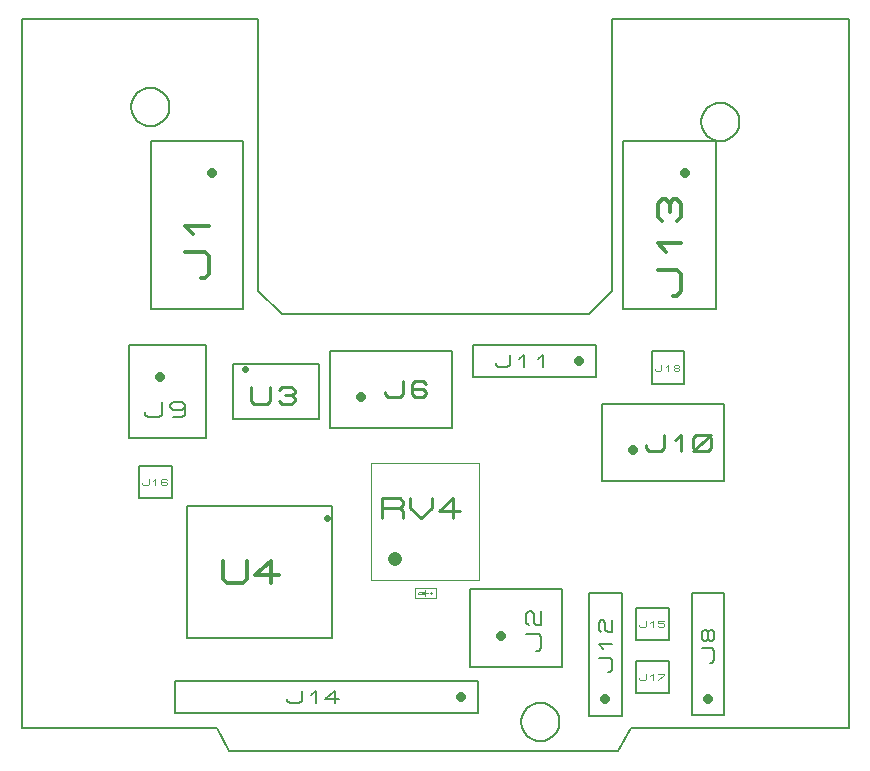
<source format=gbr>
G04 PROTEUS GERBER X2 FILE*
%TF.GenerationSoftware,Labcenter,Proteus,8.12-SP2-Build31155*%
%TF.CreationDate,2024-11-30T19:26:21+00:00*%
%TF.FileFunction,AssemblyDrawing,Top*%
%TF.FilePolarity,Positive*%
%TF.Part,Single*%
%TF.SameCoordinates,{e6e8286e-83a0-46e7-8d5c-4e76f455a4ca}*%
%FSLAX45Y45*%
%MOMM*%
G01*
%TA.AperFunction,Profile*%
%ADD22C,0.203200*%
%TA.AperFunction,Material*%
%ADD25C,0.203200*%
%ADD46C,0.812800*%
%ADD47C,0.177800*%
%ADD48C,0.330200*%
%ADD49C,0.220130*%
%ADD50C,0.211660*%
%ADD51C,0.050800*%
%ADD52C,1.143000*%
%ADD53C,0.269070*%
%ADD54C,0.571500*%
%ADD55C,0.300520*%
%ADD56C,0.234520*%
%ADD57C,0.050000*%
%ADD58C,0.243840*%
%ADD59C,0.034990*%
%ADD60C,0.084660*%
%TD.AperFunction*%
D22*
X+0Y+0D02*
X+1650000Y+0D01*
X+7000000Y+0D02*
X+7000000Y+6000000D01*
X+5000000Y+6000000D01*
X+5000000Y+3700000D01*
X+4800000Y+3500000D01*
X+2200000Y+3500000D01*
X+2000000Y+3700000D02*
X+2000000Y+6000000D01*
X+0Y+6000000D01*
X+0Y+0D01*
X+2000000Y+3700000D02*
X+2200000Y+3500000D01*
X+5160000Y+0D02*
X+7000000Y+0D01*
X+1750000Y-200000D02*
X+5050000Y-200000D01*
X+1650000Y+0D02*
X+1750000Y-200000D01*
X+5160000Y+0D02*
X+5050000Y-200000D01*
X+4550045Y+50000D02*
X+4549508Y+63142D01*
X+4545144Y+89427D01*
X+4536029Y+115712D01*
X+4521182Y+141997D01*
X+4498470Y+168118D01*
X+4472185Y+187898D01*
X+4445900Y+200658D01*
X+4419615Y+208108D01*
X+4393330Y+210987D01*
X+4389000Y+211045D01*
X+4227955Y+50000D02*
X+4228492Y+63142D01*
X+4232856Y+89427D01*
X+4241971Y+115712D01*
X+4256818Y+141997D01*
X+4279530Y+168118D01*
X+4305815Y+187898D01*
X+4332100Y+200658D01*
X+4358385Y+208108D01*
X+4384670Y+210987D01*
X+4389000Y+211045D01*
X+4227955Y+50000D02*
X+4228492Y+36858D01*
X+4232856Y+10573D01*
X+4241971Y-15712D01*
X+4256818Y-41997D01*
X+4279530Y-68118D01*
X+4305815Y-87898D01*
X+4332100Y-100658D01*
X+4358385Y-108108D01*
X+4384670Y-110987D01*
X+4389000Y-111045D01*
X+4550045Y+50000D02*
X+4549508Y+36858D01*
X+4545144Y+10573D01*
X+4536029Y-15712D01*
X+4521182Y-41997D01*
X+4498470Y-68118D01*
X+4472185Y-87898D01*
X+4445900Y-100658D01*
X+4419615Y-108108D01*
X+4393330Y-110987D01*
X+4389000Y-111045D01*
X+6074045Y+5130000D02*
X+6073508Y+5143142D01*
X+6069144Y+5169427D01*
X+6060029Y+5195712D01*
X+6045182Y+5221997D01*
X+6022470Y+5248118D01*
X+5996185Y+5267898D01*
X+5969900Y+5280658D01*
X+5943615Y+5288108D01*
X+5917330Y+5290987D01*
X+5913000Y+5291045D01*
X+5751955Y+5130000D02*
X+5752492Y+5143142D01*
X+5756856Y+5169427D01*
X+5765971Y+5195712D01*
X+5780818Y+5221997D01*
X+5803530Y+5248118D01*
X+5829815Y+5267898D01*
X+5856100Y+5280658D01*
X+5882385Y+5288108D01*
X+5908670Y+5290987D01*
X+5913000Y+5291045D01*
X+5751955Y+5130000D02*
X+5752492Y+5116858D01*
X+5756856Y+5090573D01*
X+5765971Y+5064288D01*
X+5780818Y+5038003D01*
X+5803530Y+5011882D01*
X+5829815Y+4992102D01*
X+5856100Y+4979342D01*
X+5882385Y+4971892D01*
X+5908670Y+4969013D01*
X+5913000Y+4968955D01*
X+6074045Y+5130000D02*
X+6073508Y+5116858D01*
X+6069144Y+5090573D01*
X+6060029Y+5064288D01*
X+6045182Y+5038003D01*
X+6022470Y+5011882D01*
X+5996185Y+4992102D01*
X+5969900Y+4979342D01*
X+5943615Y+4971892D01*
X+5917330Y+4969013D01*
X+5913000Y+4968955D01*
X+1248045Y+5257000D02*
X+1247508Y+5270142D01*
X+1243144Y+5296427D01*
X+1234029Y+5322712D01*
X+1219182Y+5348997D01*
X+1196470Y+5375118D01*
X+1170185Y+5394898D01*
X+1143900Y+5407658D01*
X+1117615Y+5415108D01*
X+1091330Y+5417987D01*
X+1087000Y+5418045D01*
X+925955Y+5257000D02*
X+926492Y+5270142D01*
X+930856Y+5296427D01*
X+939971Y+5322712D01*
X+954818Y+5348997D01*
X+977530Y+5375118D01*
X+1003815Y+5394898D01*
X+1030100Y+5407658D01*
X+1056385Y+5415108D01*
X+1082670Y+5417987D01*
X+1087000Y+5418045D01*
X+925955Y+5257000D02*
X+926492Y+5243858D01*
X+930856Y+5217573D01*
X+939971Y+5191288D01*
X+954818Y+5165003D01*
X+977530Y+5138882D01*
X+1003815Y+5119102D01*
X+1030100Y+5106342D01*
X+1056385Y+5098892D01*
X+1082670Y+5096013D01*
X+1087000Y+5095955D01*
X+1248045Y+5257000D02*
X+1247508Y+5243858D01*
X+1243144Y+5217573D01*
X+1234029Y+5191288D01*
X+1219182Y+5165003D01*
X+1196470Y+5138882D01*
X+1170185Y+5119102D01*
X+1143900Y+5106342D01*
X+1117615Y+5098892D01*
X+1091330Y+5096013D01*
X+1087000Y+5095955D01*
D25*
X+1296840Y+122840D02*
X+3857160Y+122840D01*
X+3857160Y+397160D01*
X+1296840Y+397160D01*
X+1296840Y+122840D01*
D46*
X+3720000Y+260000D02*
X+3720000Y+260000D01*
D47*
X+2248070Y+242220D02*
X+2248070Y+224440D01*
X+2268072Y+206660D01*
X+2348082Y+206660D01*
X+2368085Y+224440D01*
X+2368085Y+313340D01*
X+2448095Y+277780D02*
X+2488100Y+313340D01*
X+2488100Y+206660D01*
X+2688125Y+242220D02*
X+2568110Y+242220D01*
X+2648120Y+313340D01*
X+2648120Y+206660D01*
D25*
X+1091840Y+3546840D02*
X+1874160Y+3546840D01*
X+1874160Y+4964160D01*
X+1091840Y+4964160D01*
X+1091840Y+3546840D01*
D46*
X+1610000Y+4700000D02*
X+1610000Y+4700000D01*
D48*
X+1516020Y+3805920D02*
X+1549040Y+3805920D01*
X+1582060Y+3843067D01*
X+1582060Y+3991657D01*
X+1549040Y+4028805D01*
X+1383940Y+4028805D01*
X+1449980Y+4177395D02*
X+1383940Y+4251690D01*
X+1582060Y+4251690D01*
D25*
X+2605340Y+2538640D02*
X+3641660Y+2538640D01*
X+3641660Y+3193960D01*
X+2605340Y+3193960D01*
X+2605340Y+2538640D01*
D46*
X+2869500Y+2802800D02*
X+2869500Y+2802800D01*
D49*
X+3077781Y+2844287D02*
X+3077781Y+2822273D01*
X+3102545Y+2800260D01*
X+3201605Y+2800260D01*
X+3226370Y+2822273D01*
X+3226370Y+2932340D01*
X+3424489Y+2910327D02*
X+3399724Y+2932340D01*
X+3325429Y+2932340D01*
X+3300664Y+2910327D01*
X+3300664Y+2822273D01*
X+3325429Y+2800260D01*
X+3399724Y+2800260D01*
X+3424489Y+2822273D01*
X+3424489Y+2844287D01*
X+3399724Y+2866300D01*
X+3300664Y+2866300D01*
D25*
X+905840Y+2455840D02*
X+1561160Y+2455840D01*
X+1561160Y+3238160D01*
X+905840Y+3238160D01*
X+905840Y+2455840D01*
D46*
X+1170000Y+2974000D02*
X+1170000Y+2974000D01*
D50*
X+1043001Y+2673433D02*
X+1043001Y+2652266D01*
X+1066813Y+2631100D01*
X+1162062Y+2631100D01*
X+1185875Y+2652266D01*
X+1185875Y+2758099D01*
X+1376374Y+2715766D02*
X+1352561Y+2694600D01*
X+1281124Y+2694600D01*
X+1257312Y+2715766D01*
X+1257312Y+2736933D01*
X+1281124Y+2758099D01*
X+1352561Y+2758099D01*
X+1376374Y+2736933D01*
X+1376374Y+2652266D01*
X+1352561Y+2631100D01*
X+1281124Y+2631100D01*
D25*
X+3821340Y+2970040D02*
X+4857660Y+2970040D01*
X+4857660Y+3244360D01*
X+3821340Y+3244360D01*
X+3821340Y+2970040D01*
D46*
X+4720500Y+3107200D02*
X+4720500Y+3107200D01*
D47*
X+4010570Y+3089420D02*
X+4010570Y+3071640D01*
X+4030572Y+3053860D01*
X+4110582Y+3053860D01*
X+4130585Y+3071640D01*
X+4130585Y+3160540D01*
X+4210595Y+3124980D02*
X+4250600Y+3160540D01*
X+4250600Y+3053860D01*
X+4370615Y+3124980D02*
X+4410620Y+3160540D01*
X+4410620Y+3053860D01*
D25*
X+4911840Y+2085840D02*
X+5948160Y+2085840D01*
X+5948160Y+2741160D01*
X+4911840Y+2741160D01*
X+4911840Y+2085840D01*
D46*
X+5176000Y+2350000D02*
X+5176000Y+2350000D01*
D49*
X+5285222Y+2391487D02*
X+5285222Y+2369473D01*
X+5309986Y+2347460D01*
X+5409046Y+2347460D01*
X+5433811Y+2369473D01*
X+5433811Y+2479540D01*
X+5532870Y+2435513D02*
X+5582400Y+2479540D01*
X+5582400Y+2347460D01*
X+5681460Y+2369473D02*
X+5681460Y+2457527D01*
X+5706224Y+2479540D01*
X+5805284Y+2479540D01*
X+5830049Y+2457527D01*
X+5830049Y+2369473D01*
X+5805284Y+2347460D01*
X+5706224Y+2347460D01*
X+5681460Y+2369473D01*
X+5681460Y+2347460D02*
X+5830049Y+2479540D01*
D25*
X+5672840Y+104840D02*
X+5947160Y+104840D01*
X+5947160Y+1141160D01*
X+5672840Y+1141160D01*
X+5672840Y+104840D01*
D46*
X+5810000Y+242000D02*
X+5810000Y+242000D01*
D47*
X+5827780Y+551880D02*
X+5845560Y+551880D01*
X+5863340Y+571882D01*
X+5863340Y+651892D01*
X+5845560Y+671895D01*
X+5756660Y+671895D01*
X+5810000Y+751905D02*
X+5792220Y+731902D01*
X+5774440Y+731902D01*
X+5756660Y+751905D01*
X+5756660Y+811912D01*
X+5774440Y+831915D01*
X+5792220Y+831915D01*
X+5810000Y+811912D01*
X+5810000Y+751905D01*
X+5827780Y+731902D01*
X+5845560Y+731902D01*
X+5863340Y+751905D01*
X+5863340Y+811912D01*
X+5845560Y+831915D01*
X+5827780Y+831915D01*
X+5810000Y+811912D01*
D25*
X+3791840Y+515840D02*
X+4574160Y+515840D01*
X+4574160Y+1171160D01*
X+3791840Y+1171160D01*
X+3791840Y+515840D01*
D46*
X+4056000Y+780000D02*
X+4056000Y+780000D01*
D50*
X+4356567Y+653001D02*
X+4377734Y+653001D01*
X+4398900Y+676813D01*
X+4398900Y+772062D01*
X+4377734Y+795875D01*
X+4271901Y+795875D01*
X+4293067Y+867312D02*
X+4271901Y+891124D01*
X+4271901Y+962561D01*
X+4293067Y+986374D01*
X+4314234Y+986374D01*
X+4335400Y+962561D01*
X+4335400Y+891124D01*
X+4356567Y+867312D01*
X+4398900Y+867312D01*
X+4398900Y+986374D01*
D25*
X+4802840Y+102840D02*
X+5077160Y+102840D01*
X+5077160Y+1139160D01*
X+4802840Y+1139160D01*
X+4802840Y+102840D01*
D46*
X+4940000Y+240000D02*
X+4940000Y+240000D01*
D47*
X+4957780Y+469870D02*
X+4975560Y+469870D01*
X+4993340Y+489872D01*
X+4993340Y+569882D01*
X+4975560Y+589885D01*
X+4886660Y+589885D01*
X+4922220Y+669895D02*
X+4886660Y+709900D01*
X+4993340Y+709900D01*
X+4904440Y+809912D02*
X+4886660Y+829915D01*
X+4886660Y+889922D01*
X+4904440Y+909925D01*
X+4922220Y+909925D01*
X+4940000Y+889922D01*
X+4940000Y+829915D01*
X+4957780Y+809912D01*
X+4993340Y+809912D01*
X+4993340Y+909925D01*
D25*
X+5091840Y+3546840D02*
X+5874160Y+3546840D01*
X+5874160Y+4964160D01*
X+5091840Y+4964160D01*
X+5091840Y+3546840D01*
D46*
X+5610000Y+4700000D02*
X+5610000Y+4700000D01*
D48*
X+5516020Y+3657330D02*
X+5549040Y+3657330D01*
X+5582060Y+3694477D01*
X+5582060Y+3843067D01*
X+5549040Y+3880215D01*
X+5383940Y+3880215D01*
X+5449980Y+4028805D02*
X+5383940Y+4103100D01*
X+5582060Y+4103100D01*
X+5416960Y+4288837D02*
X+5383940Y+4325985D01*
X+5383940Y+4437427D01*
X+5416960Y+4474575D01*
X+5449980Y+4474575D01*
X+5483000Y+4437427D01*
X+5516020Y+4474575D01*
X+5549040Y+4474575D01*
X+5582060Y+4437427D01*
X+5582060Y+4325985D01*
X+5549040Y+4288837D01*
X+5483000Y+4363132D02*
X+5483000Y+4437427D01*
D51*
X+2952800Y+1247200D02*
X+3867200Y+1247200D01*
X+3867200Y+2237800D01*
X+2952800Y+2237800D01*
X+2952800Y+1247200D01*
D52*
X+3156000Y+1425000D02*
X+3156000Y+1425000D01*
D53*
X+3046756Y+1780524D02*
X+3046756Y+1941966D01*
X+3198107Y+1941966D01*
X+3228378Y+1915059D01*
X+3228378Y+1888152D01*
X+3198107Y+1861245D01*
X+3046756Y+1861245D01*
X+3198107Y+1861245D02*
X+3228378Y+1834338D01*
X+3228378Y+1780524D01*
X+3288919Y+1941966D02*
X+3288919Y+1861245D01*
X+3379730Y+1780524D01*
X+3470541Y+1861245D01*
X+3470541Y+1941966D01*
X+3712704Y+1834338D02*
X+3531082Y+1834338D01*
X+3652163Y+1941966D01*
X+3652163Y+1780524D01*
D25*
X+1395320Y+761200D02*
X+2624680Y+761200D01*
X+2624680Y+1878800D01*
X+1395320Y+1878800D01*
X+1395320Y+761200D01*
D54*
X+2581500Y+1777200D02*
X+2581500Y+1777200D01*
D55*
X+1703652Y+1410157D02*
X+1703652Y+1259895D01*
X+1737460Y+1229842D01*
X+1872696Y+1229842D01*
X+1906505Y+1259895D01*
X+1906505Y+1410157D01*
X+2176976Y+1289947D02*
X+1974123Y+1289947D01*
X+2109358Y+1410157D01*
X+2109358Y+1229842D01*
D25*
X+1788050Y+2616320D02*
X+2511950Y+2616320D01*
X+2511950Y+3083680D01*
X+1788050Y+3083680D01*
X+1788050Y+2616320D01*
D54*
X+1889650Y+3040500D02*
X+1889650Y+3040500D01*
D56*
X+1938927Y+2884480D02*
X+1938927Y+2767217D01*
X+1965311Y+2743765D01*
X+2070847Y+2743765D01*
X+2097231Y+2767217D01*
X+2097231Y+2884480D01*
X+2176384Y+2861028D02*
X+2202768Y+2884480D01*
X+2281920Y+2884480D01*
X+2308304Y+2861028D01*
X+2308304Y+2837575D01*
X+2281920Y+2814123D01*
X+2308304Y+2790670D01*
X+2308304Y+2767217D01*
X+2281920Y+2743765D01*
X+2202768Y+2743765D01*
X+2176384Y+2767217D01*
X+2229152Y+2814123D02*
X+2281920Y+2814123D01*
D57*
X+3505000Y+1185000D02*
X+3325000Y+1185000D01*
X+3325000Y+1095000D01*
X+3505000Y+1095000D01*
X+3505000Y+1185000D01*
X+3415000Y+1115000D02*
X+3415000Y+1165000D01*
X+3390000Y+1140000D02*
X+3440000Y+1140000D01*
D58*
X+3460000Y+1140000D02*
X+3460000Y+1140000D01*
D59*
X+3377280Y+1133000D02*
X+3373343Y+1129501D01*
X+3361532Y+1129501D01*
X+3353658Y+1136500D01*
X+3353658Y+1143499D01*
X+3361532Y+1150498D01*
X+3373343Y+1150498D01*
X+3377280Y+1146999D01*
X+3393028Y+1140000D02*
X+3389091Y+1143499D01*
X+3389091Y+1146999D01*
X+3393028Y+1150498D01*
X+3404839Y+1150498D01*
X+3408776Y+1146999D01*
X+3408776Y+1143499D01*
X+3404839Y+1140000D01*
X+3393028Y+1140000D01*
X+3389091Y+1136500D01*
X+3389091Y+1133000D01*
X+3393028Y+1129501D01*
X+3404839Y+1129501D01*
X+3408776Y+1133000D01*
X+3408776Y+1136500D01*
X+3404839Y+1140000D01*
D25*
X+5202840Y+742840D02*
X+5477160Y+742840D01*
X+5477160Y+1017160D01*
X+5202840Y+1017160D01*
X+5202840Y+742840D01*
D60*
X+5225702Y+871533D02*
X+5225702Y+863066D01*
X+5235226Y+854600D01*
X+5273326Y+854600D01*
X+5282851Y+863066D01*
X+5282851Y+905399D01*
X+5320950Y+888466D02*
X+5340000Y+905399D01*
X+5340000Y+854600D01*
X+5435249Y+905399D02*
X+5387624Y+905399D01*
X+5387624Y+888466D01*
X+5425724Y+888466D01*
X+5435249Y+880000D01*
X+5435249Y+863066D01*
X+5425724Y+854600D01*
X+5397149Y+854600D01*
X+5387624Y+863066D01*
D25*
X+5202840Y+292840D02*
X+5477160Y+292840D01*
X+5477160Y+567160D01*
X+5202840Y+567160D01*
X+5202840Y+292840D01*
D60*
X+5225702Y+421533D02*
X+5225702Y+413066D01*
X+5235226Y+404600D01*
X+5273326Y+404600D01*
X+5282851Y+413066D01*
X+5282851Y+455399D01*
X+5320950Y+438466D02*
X+5340000Y+455399D01*
X+5340000Y+404600D01*
X+5387624Y+455399D02*
X+5435249Y+455399D01*
X+5435249Y+446933D01*
X+5387624Y+404600D01*
D25*
X+5332840Y+2912840D02*
X+5607160Y+2912840D01*
X+5607160Y+3187160D01*
X+5332840Y+3187160D01*
X+5332840Y+2912840D01*
D60*
X+5355702Y+3041533D02*
X+5355702Y+3033066D01*
X+5365226Y+3024600D01*
X+5403326Y+3024600D01*
X+5412851Y+3033066D01*
X+5412851Y+3075399D01*
X+5450950Y+3058466D02*
X+5470000Y+3075399D01*
X+5470000Y+3024600D01*
X+5527149Y+3050000D02*
X+5517624Y+3058466D01*
X+5517624Y+3066933D01*
X+5527149Y+3075399D01*
X+5555724Y+3075399D01*
X+5565249Y+3066933D01*
X+5565249Y+3058466D01*
X+5555724Y+3050000D01*
X+5527149Y+3050000D01*
X+5517624Y+3041533D01*
X+5517624Y+3033066D01*
X+5527149Y+3024600D01*
X+5555724Y+3024600D01*
X+5565249Y+3033066D01*
X+5565249Y+3041533D01*
X+5555724Y+3050000D01*
D25*
X+992840Y+1942840D02*
X+1267160Y+1942840D01*
X+1267160Y+2217160D01*
X+992840Y+2217160D01*
X+992840Y+1942840D01*
D60*
X+1015702Y+2071533D02*
X+1015702Y+2063066D01*
X+1025226Y+2054600D01*
X+1063326Y+2054600D01*
X+1072851Y+2063066D01*
X+1072851Y+2105399D01*
X+1110950Y+2088466D02*
X+1130000Y+2105399D01*
X+1130000Y+2054600D01*
X+1225249Y+2096933D02*
X+1215724Y+2105399D01*
X+1187149Y+2105399D01*
X+1177624Y+2096933D01*
X+1177624Y+2063066D01*
X+1187149Y+2054600D01*
X+1215724Y+2054600D01*
X+1225249Y+2063066D01*
X+1225249Y+2071533D01*
X+1215724Y+2080000D01*
X+1177624Y+2080000D01*
M02*

</source>
